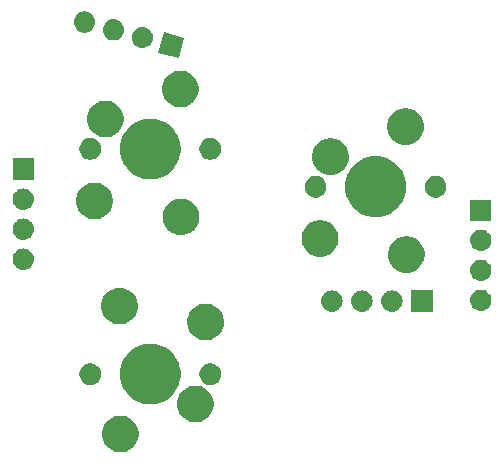
<source format=gbr>
G04 #@! TF.GenerationSoftware,KiCad,Pcbnew,(5.1.4)-1*
G04 #@! TF.CreationDate,2023-09-09T05:27:56-04:00*
G04 #@! TF.ProjectId,ThumbsUp,5468756d-6273-4557-902e-6b696361645f,rev?*
G04 #@! TF.SameCoordinates,Original*
G04 #@! TF.FileFunction,Soldermask,Top*
G04 #@! TF.FilePolarity,Negative*
%FSLAX46Y46*%
G04 Gerber Fmt 4.6, Leading zero omitted, Abs format (unit mm)*
G04 Created by KiCad (PCBNEW (5.1.4)-1) date 2023-09-09 05:27:56*
%MOMM*%
%LPD*%
G04 APERTURE LIST*
%ADD10C,0.100000*%
G04 APERTURE END LIST*
D10*
G36*
X-82337415Y-375038802D02*
G01*
X-82187590Y-375068604D01*
X-81905326Y-375185521D01*
X-81651295Y-375355259D01*
X-81435259Y-375571295D01*
X-81265521Y-375825326D01*
X-81148604Y-376107590D01*
X-81089000Y-376407240D01*
X-81089000Y-376712760D01*
X-81148604Y-377012410D01*
X-81265521Y-377294674D01*
X-81435259Y-377548705D01*
X-81651295Y-377764741D01*
X-81905326Y-377934479D01*
X-82187590Y-378051396D01*
X-82337415Y-378081198D01*
X-82487239Y-378111000D01*
X-82792761Y-378111000D01*
X-82942585Y-378081198D01*
X-83092410Y-378051396D01*
X-83374674Y-377934479D01*
X-83628705Y-377764741D01*
X-83844741Y-377548705D01*
X-84014479Y-377294674D01*
X-84131396Y-377012410D01*
X-84191000Y-376712760D01*
X-84191000Y-376407240D01*
X-84131396Y-376107590D01*
X-84014479Y-375825326D01*
X-83844741Y-375571295D01*
X-83628705Y-375355259D01*
X-83374674Y-375185521D01*
X-83092410Y-375068604D01*
X-82942585Y-375038802D01*
X-82792761Y-375009000D01*
X-82487239Y-375009000D01*
X-82337415Y-375038802D01*
X-82337415Y-375038802D01*
G37*
G36*
X-75987415Y-372498802D02*
G01*
X-75837590Y-372528604D01*
X-75555326Y-372645521D01*
X-75301295Y-372815259D01*
X-75085259Y-373031295D01*
X-74915521Y-373285326D01*
X-74798604Y-373567590D01*
X-74739000Y-373867240D01*
X-74739000Y-374172760D01*
X-74798604Y-374472410D01*
X-74915521Y-374754674D01*
X-75085259Y-375008705D01*
X-75301295Y-375224741D01*
X-75555326Y-375394479D01*
X-75837590Y-375511396D01*
X-75987415Y-375541198D01*
X-76137239Y-375571000D01*
X-76442761Y-375571000D01*
X-76592585Y-375541198D01*
X-76742410Y-375511396D01*
X-77024674Y-375394479D01*
X-77278705Y-375224741D01*
X-77494741Y-375008705D01*
X-77664479Y-374754674D01*
X-77781396Y-374472410D01*
X-77841000Y-374172760D01*
X-77841000Y-373867240D01*
X-77781396Y-373567590D01*
X-77664479Y-373285326D01*
X-77494741Y-373031295D01*
X-77278705Y-372815259D01*
X-77024674Y-372645521D01*
X-76742410Y-372528604D01*
X-76592585Y-372498802D01*
X-76442761Y-372469000D01*
X-76137239Y-372469000D01*
X-75987415Y-372498802D01*
X-75987415Y-372498802D01*
G37*
G36*
X-79597448Y-368953497D02*
G01*
X-79348609Y-369002994D01*
X-79154425Y-369083428D01*
X-78879808Y-369197178D01*
X-78457896Y-369479090D01*
X-78099090Y-369837896D01*
X-77817178Y-370259808D01*
X-77703428Y-370534425D01*
X-77622994Y-370728609D01*
X-77524000Y-371226286D01*
X-77524000Y-371733714D01*
X-77622994Y-372231391D01*
X-77680580Y-372370415D01*
X-77817178Y-372700192D01*
X-78099090Y-373122104D01*
X-78457896Y-373480910D01*
X-78879808Y-373762822D01*
X-79131893Y-373867239D01*
X-79348609Y-373957006D01*
X-79597448Y-374006503D01*
X-79846285Y-374056000D01*
X-80353715Y-374056000D01*
X-80602552Y-374006503D01*
X-80851391Y-373957006D01*
X-81068107Y-373867239D01*
X-81320192Y-373762822D01*
X-81742104Y-373480910D01*
X-82100910Y-373122104D01*
X-82382822Y-372700192D01*
X-82519420Y-372370415D01*
X-82577006Y-372231391D01*
X-82676000Y-371733714D01*
X-82676000Y-371226286D01*
X-82577006Y-370728609D01*
X-82496572Y-370534425D01*
X-82382822Y-370259808D01*
X-82100910Y-369837896D01*
X-81742104Y-369479090D01*
X-81320192Y-369197178D01*
X-81045575Y-369083428D01*
X-80851391Y-369002994D01*
X-80602552Y-368953497D01*
X-80353715Y-368904000D01*
X-79846285Y-368904000D01*
X-79597448Y-368953497D01*
X-79597448Y-368953497D01*
G37*
G36*
X-84909896Y-370589585D02*
G01*
X-84741374Y-370659389D01*
X-84589709Y-370760728D01*
X-84460728Y-370889709D01*
X-84359389Y-371041374D01*
X-84289585Y-371209896D01*
X-84254000Y-371388797D01*
X-84254000Y-371571203D01*
X-84289585Y-371750104D01*
X-84359389Y-371918626D01*
X-84460728Y-372070291D01*
X-84589709Y-372199272D01*
X-84741374Y-372300611D01*
X-84909896Y-372370415D01*
X-85088797Y-372406000D01*
X-85271203Y-372406000D01*
X-85450104Y-372370415D01*
X-85618626Y-372300611D01*
X-85770291Y-372199272D01*
X-85899272Y-372070291D01*
X-86000611Y-371918626D01*
X-86070415Y-371750104D01*
X-86106000Y-371571203D01*
X-86106000Y-371388797D01*
X-86070415Y-371209896D01*
X-86000611Y-371041374D01*
X-85899272Y-370889709D01*
X-85770291Y-370760728D01*
X-85618626Y-370659389D01*
X-85450104Y-370589585D01*
X-85271203Y-370554000D01*
X-85088797Y-370554000D01*
X-84909896Y-370589585D01*
X-84909896Y-370589585D01*
G37*
G36*
X-74749896Y-370589585D02*
G01*
X-74581374Y-370659389D01*
X-74429709Y-370760728D01*
X-74300728Y-370889709D01*
X-74199389Y-371041374D01*
X-74129585Y-371209896D01*
X-74094000Y-371388797D01*
X-74094000Y-371571203D01*
X-74129585Y-371750104D01*
X-74199389Y-371918626D01*
X-74300728Y-372070291D01*
X-74429709Y-372199272D01*
X-74581374Y-372300611D01*
X-74749896Y-372370415D01*
X-74928797Y-372406000D01*
X-75111203Y-372406000D01*
X-75290104Y-372370415D01*
X-75458626Y-372300611D01*
X-75610291Y-372199272D01*
X-75739272Y-372070291D01*
X-75840611Y-371918626D01*
X-75910415Y-371750104D01*
X-75946000Y-371571203D01*
X-75946000Y-371388797D01*
X-75910415Y-371209896D01*
X-75840611Y-371041374D01*
X-75739272Y-370889709D01*
X-75610291Y-370760728D01*
X-75458626Y-370659389D01*
X-75290104Y-370589585D01*
X-75111203Y-370554000D01*
X-74928797Y-370554000D01*
X-74749896Y-370589585D01*
X-74749896Y-370589585D01*
G37*
G36*
X-75097415Y-365558802D02*
G01*
X-74947590Y-365588604D01*
X-74665326Y-365705521D01*
X-74411295Y-365875259D01*
X-74195259Y-366091295D01*
X-74025521Y-366345326D01*
X-73976087Y-366464672D01*
X-73908604Y-366627591D01*
X-73849000Y-366927239D01*
X-73849000Y-367232761D01*
X-73878802Y-367382585D01*
X-73908604Y-367532410D01*
X-74025521Y-367814674D01*
X-74195259Y-368068705D01*
X-74411295Y-368284741D01*
X-74665326Y-368454479D01*
X-74947590Y-368571396D01*
X-75097415Y-368601198D01*
X-75247239Y-368631000D01*
X-75552761Y-368631000D01*
X-75702585Y-368601198D01*
X-75852410Y-368571396D01*
X-76134674Y-368454479D01*
X-76388705Y-368284741D01*
X-76604741Y-368068705D01*
X-76774479Y-367814674D01*
X-76891396Y-367532410D01*
X-76921198Y-367382585D01*
X-76951000Y-367232761D01*
X-76951000Y-366927239D01*
X-76891396Y-366627591D01*
X-76823913Y-366464672D01*
X-76774479Y-366345326D01*
X-76604741Y-366091295D01*
X-76388705Y-365875259D01*
X-76134674Y-365705521D01*
X-75852410Y-365588604D01*
X-75702585Y-365558802D01*
X-75552761Y-365529000D01*
X-75247239Y-365529000D01*
X-75097415Y-365558802D01*
X-75097415Y-365558802D01*
G37*
G36*
X-82397415Y-364208802D02*
G01*
X-82247590Y-364238604D01*
X-81965326Y-364355521D01*
X-81711295Y-364525259D01*
X-81495259Y-364741295D01*
X-81325521Y-364995326D01*
X-81208604Y-365277590D01*
X-81208604Y-365277591D01*
X-81149000Y-365577239D01*
X-81149000Y-365882761D01*
X-81169605Y-365986351D01*
X-81208604Y-366182410D01*
X-81325521Y-366464674D01*
X-81495259Y-366718705D01*
X-81711295Y-366934741D01*
X-81965326Y-367104479D01*
X-82247590Y-367221396D01*
X-82304721Y-367232760D01*
X-82547239Y-367281000D01*
X-82852761Y-367281000D01*
X-83095279Y-367232760D01*
X-83152410Y-367221396D01*
X-83434674Y-367104479D01*
X-83688705Y-366934741D01*
X-83904741Y-366718705D01*
X-84074479Y-366464674D01*
X-84191396Y-366182410D01*
X-84230395Y-365986351D01*
X-84251000Y-365882761D01*
X-84251000Y-365577239D01*
X-84191396Y-365277591D01*
X-84191396Y-365277590D01*
X-84074479Y-364995326D01*
X-83904741Y-364741295D01*
X-83688705Y-364525259D01*
X-83434674Y-364355521D01*
X-83152410Y-364238604D01*
X-83002585Y-364208802D01*
X-82852761Y-364179000D01*
X-82547239Y-364179000D01*
X-82397415Y-364208802D01*
X-82397415Y-364208802D01*
G37*
G36*
X-64603426Y-364406563D02*
G01*
X-64537241Y-364413082D01*
X-64367402Y-364464602D01*
X-64210877Y-364548267D01*
X-64175139Y-364577597D01*
X-64073682Y-364660859D01*
X-64007671Y-364741295D01*
X-63961090Y-364798054D01*
X-63877425Y-364954579D01*
X-63825905Y-365124418D01*
X-63808509Y-365301045D01*
X-63825905Y-365477672D01*
X-63877425Y-365647511D01*
X-63961090Y-365804036D01*
X-63990420Y-365839774D01*
X-64073682Y-365941231D01*
X-64175139Y-366024493D01*
X-64210877Y-366053823D01*
X-64367402Y-366137488D01*
X-64537241Y-366189008D01*
X-64603425Y-366195526D01*
X-64669608Y-366202045D01*
X-64758128Y-366202045D01*
X-64824311Y-366195526D01*
X-64890495Y-366189008D01*
X-65060334Y-366137488D01*
X-65216859Y-366053823D01*
X-65252597Y-366024493D01*
X-65354054Y-365941231D01*
X-65437316Y-365839774D01*
X-65466646Y-365804036D01*
X-65550311Y-365647511D01*
X-65601831Y-365477672D01*
X-65619227Y-365301045D01*
X-65601831Y-365124418D01*
X-65550311Y-364954579D01*
X-65466646Y-364798054D01*
X-65420065Y-364741295D01*
X-65354054Y-364660859D01*
X-65252597Y-364577597D01*
X-65216859Y-364548267D01*
X-65060334Y-364464602D01*
X-64890495Y-364413082D01*
X-64824310Y-364406563D01*
X-64758128Y-364400045D01*
X-64669608Y-364400045D01*
X-64603426Y-364406563D01*
X-64603426Y-364406563D01*
G37*
G36*
X-62063426Y-364406563D02*
G01*
X-61997241Y-364413082D01*
X-61827402Y-364464602D01*
X-61670877Y-364548267D01*
X-61635139Y-364577597D01*
X-61533682Y-364660859D01*
X-61467671Y-364741295D01*
X-61421090Y-364798054D01*
X-61337425Y-364954579D01*
X-61285905Y-365124418D01*
X-61268509Y-365301045D01*
X-61285905Y-365477672D01*
X-61337425Y-365647511D01*
X-61421090Y-365804036D01*
X-61450420Y-365839774D01*
X-61533682Y-365941231D01*
X-61635139Y-366024493D01*
X-61670877Y-366053823D01*
X-61827402Y-366137488D01*
X-61997241Y-366189008D01*
X-62063425Y-366195526D01*
X-62129608Y-366202045D01*
X-62218128Y-366202045D01*
X-62284311Y-366195526D01*
X-62350495Y-366189008D01*
X-62520334Y-366137488D01*
X-62676859Y-366053823D01*
X-62712597Y-366024493D01*
X-62814054Y-365941231D01*
X-62897316Y-365839774D01*
X-62926646Y-365804036D01*
X-63010311Y-365647511D01*
X-63061831Y-365477672D01*
X-63079227Y-365301045D01*
X-63061831Y-365124418D01*
X-63010311Y-364954579D01*
X-62926646Y-364798054D01*
X-62880065Y-364741295D01*
X-62814054Y-364660859D01*
X-62712597Y-364577597D01*
X-62676859Y-364548267D01*
X-62520334Y-364464602D01*
X-62350495Y-364413082D01*
X-62284310Y-364406563D01*
X-62218128Y-364400045D01*
X-62129608Y-364400045D01*
X-62063426Y-364406563D01*
X-62063426Y-364406563D01*
G37*
G36*
X-59523426Y-364406563D02*
G01*
X-59457241Y-364413082D01*
X-59287402Y-364464602D01*
X-59130877Y-364548267D01*
X-59095139Y-364577597D01*
X-58993682Y-364660859D01*
X-58927671Y-364741295D01*
X-58881090Y-364798054D01*
X-58797425Y-364954579D01*
X-58745905Y-365124418D01*
X-58728509Y-365301045D01*
X-58745905Y-365477672D01*
X-58797425Y-365647511D01*
X-58881090Y-365804036D01*
X-58910420Y-365839774D01*
X-58993682Y-365941231D01*
X-59095139Y-366024493D01*
X-59130877Y-366053823D01*
X-59287402Y-366137488D01*
X-59457241Y-366189008D01*
X-59523425Y-366195526D01*
X-59589608Y-366202045D01*
X-59678128Y-366202045D01*
X-59744311Y-366195526D01*
X-59810495Y-366189008D01*
X-59980334Y-366137488D01*
X-60136859Y-366053823D01*
X-60172597Y-366024493D01*
X-60274054Y-365941231D01*
X-60357316Y-365839774D01*
X-60386646Y-365804036D01*
X-60470311Y-365647511D01*
X-60521831Y-365477672D01*
X-60539227Y-365301045D01*
X-60521831Y-365124418D01*
X-60470311Y-364954579D01*
X-60386646Y-364798054D01*
X-60340065Y-364741295D01*
X-60274054Y-364660859D01*
X-60172597Y-364577597D01*
X-60136859Y-364548267D01*
X-59980334Y-364464602D01*
X-59810495Y-364413082D01*
X-59744310Y-364406563D01*
X-59678128Y-364400045D01*
X-59589608Y-364400045D01*
X-59523426Y-364406563D01*
X-59523426Y-364406563D01*
G37*
G36*
X-56192868Y-366202045D02*
G01*
X-57994868Y-366202045D01*
X-57994868Y-364400045D01*
X-56192868Y-364400045D01*
X-56192868Y-366202045D01*
X-56192868Y-366202045D01*
G37*
G36*
X-52012571Y-364339091D02*
G01*
X-51946386Y-364345610D01*
X-51776547Y-364397130D01*
X-51620022Y-364480795D01*
X-51584284Y-364510125D01*
X-51482827Y-364593387D01*
X-51399565Y-364694844D01*
X-51370235Y-364730582D01*
X-51286570Y-364887107D01*
X-51235050Y-365056946D01*
X-51217654Y-365233573D01*
X-51235050Y-365410200D01*
X-51286570Y-365580039D01*
X-51370235Y-365736564D01*
X-51399565Y-365772302D01*
X-51482827Y-365873759D01*
X-51584284Y-365957021D01*
X-51620022Y-365986351D01*
X-51776547Y-366070016D01*
X-51946386Y-366121536D01*
X-52012571Y-366128055D01*
X-52078753Y-366134573D01*
X-52167273Y-366134573D01*
X-52233455Y-366128055D01*
X-52299640Y-366121536D01*
X-52469479Y-366070016D01*
X-52626004Y-365986351D01*
X-52661742Y-365957021D01*
X-52763199Y-365873759D01*
X-52846461Y-365772302D01*
X-52875791Y-365736564D01*
X-52959456Y-365580039D01*
X-53010976Y-365410200D01*
X-53028372Y-365233573D01*
X-53010976Y-365056946D01*
X-52959456Y-364887107D01*
X-52875791Y-364730582D01*
X-52846461Y-364694844D01*
X-52763199Y-364593387D01*
X-52661742Y-364510125D01*
X-52626004Y-364480795D01*
X-52469479Y-364397130D01*
X-52299640Y-364345610D01*
X-52233455Y-364339091D01*
X-52167273Y-364332573D01*
X-52078753Y-364332573D01*
X-52012571Y-364339091D01*
X-52012571Y-364339091D01*
G37*
G36*
X-52012570Y-361799092D02*
G01*
X-51946386Y-361805610D01*
X-51776547Y-361857130D01*
X-51620022Y-361940795D01*
X-51584284Y-361970125D01*
X-51482827Y-362053387D01*
X-51399565Y-362154844D01*
X-51370235Y-362190582D01*
X-51286570Y-362347107D01*
X-51235050Y-362516946D01*
X-51217654Y-362693573D01*
X-51235050Y-362870200D01*
X-51286570Y-363040039D01*
X-51370235Y-363196564D01*
X-51399565Y-363232302D01*
X-51482827Y-363333759D01*
X-51584284Y-363417021D01*
X-51620022Y-363446351D01*
X-51776547Y-363530016D01*
X-51946386Y-363581536D01*
X-52012570Y-363588054D01*
X-52078753Y-363594573D01*
X-52167273Y-363594573D01*
X-52233456Y-363588054D01*
X-52299640Y-363581536D01*
X-52469479Y-363530016D01*
X-52626004Y-363446351D01*
X-52661742Y-363417021D01*
X-52763199Y-363333759D01*
X-52846461Y-363232302D01*
X-52875791Y-363196564D01*
X-52959456Y-363040039D01*
X-53010976Y-362870200D01*
X-53028372Y-362693573D01*
X-53010976Y-362516946D01*
X-52959456Y-362347107D01*
X-52875791Y-362190582D01*
X-52846461Y-362154844D01*
X-52763199Y-362053387D01*
X-52661742Y-361970125D01*
X-52626004Y-361940795D01*
X-52469479Y-361857130D01*
X-52299640Y-361805610D01*
X-52233456Y-361799092D01*
X-52167273Y-361792573D01*
X-52078753Y-361792573D01*
X-52012570Y-361799092D01*
X-52012570Y-361799092D01*
G37*
G36*
X-58125074Y-359849287D02*
G01*
X-57968045Y-359880522D01*
X-57685781Y-359997439D01*
X-57431750Y-360167177D01*
X-57215714Y-360383213D01*
X-57045976Y-360637244D01*
X-56931896Y-360912659D01*
X-56929059Y-360919509D01*
X-56869455Y-361219157D01*
X-56869455Y-361524679D01*
X-56899257Y-361674503D01*
X-56929059Y-361824328D01*
X-57045976Y-362106592D01*
X-57215714Y-362360623D01*
X-57431750Y-362576659D01*
X-57685781Y-362746397D01*
X-57968045Y-362863314D01*
X-58117870Y-362893116D01*
X-58267694Y-362922918D01*
X-58573216Y-362922918D01*
X-58723040Y-362893116D01*
X-58872865Y-362863314D01*
X-59155129Y-362746397D01*
X-59409160Y-362576659D01*
X-59625196Y-362360623D01*
X-59794934Y-362106592D01*
X-59911851Y-361824328D01*
X-59941653Y-361674503D01*
X-59971455Y-361524679D01*
X-59971455Y-361219157D01*
X-59911851Y-360919509D01*
X-59909014Y-360912659D01*
X-59794934Y-360637244D01*
X-59625196Y-360383213D01*
X-59409160Y-360167177D01*
X-59155129Y-359997439D01*
X-58872865Y-359880522D01*
X-58715836Y-359849287D01*
X-58573216Y-359820918D01*
X-58267694Y-359820918D01*
X-58125074Y-359849287D01*
X-58125074Y-359849287D01*
G37*
G36*
X-90735068Y-360854621D02*
G01*
X-90668884Y-360861139D01*
X-90499045Y-360912659D01*
X-90499043Y-360912660D01*
X-90486230Y-360919509D01*
X-90342520Y-360996324D01*
X-90325098Y-361010622D01*
X-90205325Y-361108916D01*
X-90122063Y-361210373D01*
X-90092733Y-361246111D01*
X-90009068Y-361402636D01*
X-89957548Y-361572475D01*
X-89940152Y-361749102D01*
X-89957548Y-361925729D01*
X-90009068Y-362095568D01*
X-90092733Y-362252093D01*
X-90122063Y-362287831D01*
X-90205325Y-362389288D01*
X-90306782Y-362472550D01*
X-90342520Y-362501880D01*
X-90342522Y-362501881D01*
X-90482420Y-362576659D01*
X-90499045Y-362585545D01*
X-90668884Y-362637065D01*
X-90735068Y-362643583D01*
X-90801251Y-362650102D01*
X-90889771Y-362650102D01*
X-90955954Y-362643583D01*
X-91022138Y-362637065D01*
X-91191977Y-362585545D01*
X-91208601Y-362576659D01*
X-91348500Y-362501881D01*
X-91348502Y-362501880D01*
X-91384240Y-362472550D01*
X-91485697Y-362389288D01*
X-91568959Y-362287831D01*
X-91598289Y-362252093D01*
X-91681954Y-362095568D01*
X-91733474Y-361925729D01*
X-91750870Y-361749102D01*
X-91733474Y-361572475D01*
X-91681954Y-361402636D01*
X-91598289Y-361246111D01*
X-91568959Y-361210373D01*
X-91485697Y-361108916D01*
X-91365924Y-361010622D01*
X-91348502Y-360996324D01*
X-91204792Y-360919509D01*
X-91191979Y-360912660D01*
X-91191977Y-360912659D01*
X-91022138Y-360861139D01*
X-90955954Y-360854621D01*
X-90889771Y-360848102D01*
X-90801251Y-360848102D01*
X-90735068Y-360854621D01*
X-90735068Y-360854621D01*
G37*
G36*
X-65417870Y-358500720D02*
G01*
X-65268045Y-358530522D01*
X-64985781Y-358647439D01*
X-64731750Y-358817177D01*
X-64515714Y-359033213D01*
X-64345976Y-359287244D01*
X-64229059Y-359569508D01*
X-64229059Y-359569509D01*
X-64173407Y-359849287D01*
X-64169455Y-359869158D01*
X-64169455Y-360174678D01*
X-64229059Y-360474328D01*
X-64345976Y-360756592D01*
X-64515714Y-361010623D01*
X-64731750Y-361226659D01*
X-64985781Y-361396397D01*
X-65268045Y-361513314D01*
X-65325176Y-361524678D01*
X-65567694Y-361572918D01*
X-65873216Y-361572918D01*
X-66115734Y-361524678D01*
X-66172865Y-361513314D01*
X-66455129Y-361396397D01*
X-66709160Y-361226659D01*
X-66925196Y-361010623D01*
X-67094934Y-360756592D01*
X-67211851Y-360474328D01*
X-67271455Y-360174678D01*
X-67271455Y-359869158D01*
X-67267502Y-359849287D01*
X-67211851Y-359569509D01*
X-67211851Y-359569508D01*
X-67094934Y-359287244D01*
X-66925196Y-359033213D01*
X-66709160Y-358817177D01*
X-66455129Y-358647439D01*
X-66172865Y-358530522D01*
X-66023040Y-358500720D01*
X-65873216Y-358470918D01*
X-65567694Y-358470918D01*
X-65417870Y-358500720D01*
X-65417870Y-358500720D01*
G37*
G36*
X-52012571Y-359259091D02*
G01*
X-51946386Y-359265610D01*
X-51776547Y-359317130D01*
X-51620022Y-359400795D01*
X-51584284Y-359430125D01*
X-51482827Y-359513387D01*
X-51436770Y-359569509D01*
X-51370235Y-359650582D01*
X-51286570Y-359807107D01*
X-51235050Y-359976946D01*
X-51217654Y-360153573D01*
X-51235050Y-360330200D01*
X-51286570Y-360500039D01*
X-51370235Y-360656564D01*
X-51399565Y-360692302D01*
X-51482827Y-360793759D01*
X-51564931Y-360861139D01*
X-51620022Y-360906351D01*
X-51776547Y-360990016D01*
X-51946386Y-361041536D01*
X-52012571Y-361048055D01*
X-52078753Y-361054573D01*
X-52167273Y-361054573D01*
X-52233455Y-361048055D01*
X-52299640Y-361041536D01*
X-52469479Y-360990016D01*
X-52626004Y-360906351D01*
X-52681095Y-360861139D01*
X-52763199Y-360793759D01*
X-52846461Y-360692302D01*
X-52875791Y-360656564D01*
X-52959456Y-360500039D01*
X-53010976Y-360330200D01*
X-53028372Y-360153573D01*
X-53010976Y-359976946D01*
X-52959456Y-359807107D01*
X-52875791Y-359650582D01*
X-52809256Y-359569509D01*
X-52763199Y-359513387D01*
X-52661742Y-359430125D01*
X-52626004Y-359400795D01*
X-52469479Y-359317130D01*
X-52299640Y-359265610D01*
X-52233455Y-359259091D01*
X-52167273Y-359252573D01*
X-52078753Y-359252573D01*
X-52012571Y-359259091D01*
X-52012571Y-359259091D01*
G37*
G36*
X-90735068Y-358314621D02*
G01*
X-90668884Y-358321139D01*
X-90499045Y-358372659D01*
X-90342520Y-358456324D01*
X-90306782Y-358485654D01*
X-90205325Y-358568916D01*
X-90140884Y-358647439D01*
X-90092733Y-358706111D01*
X-90092732Y-358706113D01*
X-90033366Y-358817177D01*
X-90009068Y-358862636D01*
X-89957548Y-359032475D01*
X-89940152Y-359209102D01*
X-89957548Y-359385729D01*
X-90009068Y-359555568D01*
X-90092733Y-359712093D01*
X-90101617Y-359722918D01*
X-90205325Y-359849288D01*
X-90306782Y-359932550D01*
X-90342520Y-359961880D01*
X-90499045Y-360045545D01*
X-90668884Y-360097065D01*
X-90735069Y-360103584D01*
X-90801251Y-360110102D01*
X-90889771Y-360110102D01*
X-90955953Y-360103584D01*
X-91022138Y-360097065D01*
X-91191977Y-360045545D01*
X-91348502Y-359961880D01*
X-91384240Y-359932550D01*
X-91485697Y-359849288D01*
X-91589405Y-359722918D01*
X-91598289Y-359712093D01*
X-91681954Y-359555568D01*
X-91733474Y-359385729D01*
X-91750870Y-359209102D01*
X-91733474Y-359032475D01*
X-91681954Y-358862636D01*
X-91657655Y-358817177D01*
X-91598290Y-358706113D01*
X-91598289Y-358706111D01*
X-91550138Y-358647439D01*
X-91485697Y-358568916D01*
X-91384240Y-358485654D01*
X-91348502Y-358456324D01*
X-91191977Y-358372659D01*
X-91022138Y-358321139D01*
X-90955954Y-358314621D01*
X-90889771Y-358308102D01*
X-90801251Y-358308102D01*
X-90735068Y-358314621D01*
X-90735068Y-358314621D01*
G37*
G36*
X-77197415Y-356650720D02*
G01*
X-77047590Y-356680522D01*
X-76765326Y-356797439D01*
X-76511295Y-356967177D01*
X-76295259Y-357183213D01*
X-76125521Y-357437244D01*
X-76008604Y-357719508D01*
X-76008604Y-357719509D01*
X-75949000Y-358019157D01*
X-75949000Y-358324679D01*
X-75975186Y-358456323D01*
X-76008604Y-358624328D01*
X-76125521Y-358906592D01*
X-76295259Y-359160623D01*
X-76511295Y-359376659D01*
X-76765326Y-359546397D01*
X-77047590Y-359663314D01*
X-77197415Y-359693116D01*
X-77347239Y-359722918D01*
X-77652761Y-359722918D01*
X-77802585Y-359693116D01*
X-77952410Y-359663314D01*
X-78234674Y-359546397D01*
X-78488705Y-359376659D01*
X-78704741Y-359160623D01*
X-78874479Y-358906592D01*
X-78991396Y-358624328D01*
X-79024814Y-358456323D01*
X-79051000Y-358324679D01*
X-79051000Y-358019157D01*
X-78991396Y-357719509D01*
X-78991396Y-357719508D01*
X-78874479Y-357437244D01*
X-78704741Y-357183213D01*
X-78488705Y-356967177D01*
X-78234674Y-356797439D01*
X-77952410Y-356680522D01*
X-77802585Y-356650720D01*
X-77652761Y-356620918D01*
X-77347239Y-356620918D01*
X-77197415Y-356650720D01*
X-77197415Y-356650720D01*
G37*
G36*
X-51222013Y-358514573D02*
G01*
X-53024013Y-358514573D01*
X-53024013Y-356712573D01*
X-51222013Y-356712573D01*
X-51222013Y-358514573D01*
X-51222013Y-358514573D01*
G37*
G36*
X-84497415Y-355300720D02*
G01*
X-84347590Y-355330522D01*
X-84065326Y-355447439D01*
X-83811295Y-355617177D01*
X-83595259Y-355833213D01*
X-83425521Y-356087244D01*
X-83320334Y-356341190D01*
X-83308604Y-356369509D01*
X-83249000Y-356669157D01*
X-83249000Y-356974679D01*
X-83257134Y-357015570D01*
X-83308604Y-357274328D01*
X-83425521Y-357556592D01*
X-83595259Y-357810623D01*
X-83811295Y-358026659D01*
X-84065326Y-358196397D01*
X-84347590Y-358313314D01*
X-84404721Y-358324678D01*
X-84647239Y-358372918D01*
X-84952761Y-358372918D01*
X-85195279Y-358324678D01*
X-85252410Y-358313314D01*
X-85534674Y-358196397D01*
X-85788705Y-358026659D01*
X-86004741Y-357810623D01*
X-86174479Y-357556592D01*
X-86291396Y-357274328D01*
X-86342866Y-357015570D01*
X-86351000Y-356974679D01*
X-86351000Y-356669157D01*
X-86291396Y-356369509D01*
X-86279666Y-356341190D01*
X-86174479Y-356087244D01*
X-86004741Y-355833213D01*
X-85788705Y-355617177D01*
X-85534674Y-355447439D01*
X-85252410Y-355330522D01*
X-85102585Y-355300720D01*
X-84952761Y-355270918D01*
X-84647239Y-355270918D01*
X-84497415Y-355300720D01*
X-84497415Y-355300720D01*
G37*
G36*
X-60269064Y-353144912D02*
G01*
X-60074880Y-353225346D01*
X-59800263Y-353339096D01*
X-59378351Y-353621008D01*
X-59019545Y-353979814D01*
X-58737633Y-354401726D01*
X-58714988Y-354456397D01*
X-58543449Y-354870527D01*
X-58444455Y-355368204D01*
X-58444455Y-355875632D01*
X-58543449Y-356373309D01*
X-58601035Y-356512333D01*
X-58737633Y-356842110D01*
X-59019545Y-357264022D01*
X-59378351Y-357622828D01*
X-59800263Y-357904740D01*
X-60074880Y-358018490D01*
X-60269064Y-358098924D01*
X-60766740Y-358197918D01*
X-61274170Y-358197918D01*
X-61771846Y-358098924D01*
X-61966030Y-358018490D01*
X-62240647Y-357904740D01*
X-62662559Y-357622828D01*
X-63021365Y-357264022D01*
X-63303277Y-356842110D01*
X-63439875Y-356512333D01*
X-63497461Y-356373309D01*
X-63596455Y-355875632D01*
X-63596455Y-355368204D01*
X-63497461Y-354870527D01*
X-63325922Y-354456397D01*
X-63303277Y-354401726D01*
X-63021365Y-353979814D01*
X-62662559Y-353621008D01*
X-62240647Y-353339096D01*
X-61966030Y-353225346D01*
X-61771846Y-353144912D01*
X-61274170Y-353045918D01*
X-60766740Y-353045918D01*
X-60269064Y-353144912D01*
X-60269064Y-353144912D01*
G37*
G36*
X-90735068Y-355774621D02*
G01*
X-90668884Y-355781139D01*
X-90499045Y-355832659D01*
X-90499043Y-355832660D01*
X-90498007Y-355833214D01*
X-90342520Y-355916324D01*
X-90306782Y-355945654D01*
X-90205325Y-356028916D01*
X-90157456Y-356087246D01*
X-90092733Y-356166111D01*
X-90009068Y-356322636D01*
X-89957548Y-356492475D01*
X-89940152Y-356669102D01*
X-89957548Y-356845729D01*
X-90009068Y-357015568D01*
X-90092733Y-357172093D01*
X-90101859Y-357183213D01*
X-90205325Y-357309288D01*
X-90306782Y-357392550D01*
X-90342520Y-357421880D01*
X-90499045Y-357505545D01*
X-90668884Y-357557065D01*
X-90735068Y-357563583D01*
X-90801251Y-357570102D01*
X-90889771Y-357570102D01*
X-90955954Y-357563583D01*
X-91022138Y-357557065D01*
X-91191977Y-357505545D01*
X-91348502Y-357421880D01*
X-91384240Y-357392550D01*
X-91485697Y-357309288D01*
X-91589163Y-357183213D01*
X-91598289Y-357172093D01*
X-91681954Y-357015568D01*
X-91733474Y-356845729D01*
X-91750870Y-356669102D01*
X-91733474Y-356492475D01*
X-91681954Y-356322636D01*
X-91598289Y-356166111D01*
X-91533566Y-356087246D01*
X-91485697Y-356028916D01*
X-91384240Y-355945654D01*
X-91348502Y-355916324D01*
X-91193015Y-355833214D01*
X-91191979Y-355832660D01*
X-91191977Y-355832659D01*
X-91022138Y-355781139D01*
X-90955954Y-355774621D01*
X-90889771Y-355768102D01*
X-90801251Y-355768102D01*
X-90735068Y-355774621D01*
X-90735068Y-355774621D01*
G37*
G36*
X-65830351Y-354731503D02*
G01*
X-65661829Y-354801307D01*
X-65510164Y-354902646D01*
X-65381183Y-355031627D01*
X-65279844Y-355183292D01*
X-65210040Y-355351814D01*
X-65174455Y-355530715D01*
X-65174455Y-355713121D01*
X-65210040Y-355892022D01*
X-65279844Y-356060544D01*
X-65381183Y-356212209D01*
X-65510164Y-356341190D01*
X-65661829Y-356442529D01*
X-65830351Y-356512333D01*
X-66009252Y-356547918D01*
X-66191658Y-356547918D01*
X-66370559Y-356512333D01*
X-66539081Y-356442529D01*
X-66690746Y-356341190D01*
X-66819727Y-356212209D01*
X-66921066Y-356060544D01*
X-66990870Y-355892022D01*
X-67026455Y-355713121D01*
X-67026455Y-355530715D01*
X-66990870Y-355351814D01*
X-66921066Y-355183292D01*
X-66819727Y-355031627D01*
X-66690746Y-354902646D01*
X-66539081Y-354801307D01*
X-66370559Y-354731503D01*
X-66191658Y-354695918D01*
X-66009252Y-354695918D01*
X-65830351Y-354731503D01*
X-65830351Y-354731503D01*
G37*
G36*
X-55670351Y-354731503D02*
G01*
X-55501829Y-354801307D01*
X-55350164Y-354902646D01*
X-55221183Y-355031627D01*
X-55119844Y-355183292D01*
X-55050040Y-355351814D01*
X-55014455Y-355530715D01*
X-55014455Y-355713121D01*
X-55050040Y-355892022D01*
X-55119844Y-356060544D01*
X-55221183Y-356212209D01*
X-55350164Y-356341190D01*
X-55501829Y-356442529D01*
X-55670351Y-356512333D01*
X-55849252Y-356547918D01*
X-56031658Y-356547918D01*
X-56210559Y-356512333D01*
X-56379081Y-356442529D01*
X-56530746Y-356341190D01*
X-56659727Y-356212209D01*
X-56761066Y-356060544D01*
X-56830870Y-355892022D01*
X-56866455Y-355713121D01*
X-56866455Y-355530715D01*
X-56830870Y-355351814D01*
X-56761066Y-355183292D01*
X-56659727Y-355031627D01*
X-56530746Y-354902646D01*
X-56379081Y-354801307D01*
X-56210559Y-354731503D01*
X-56031658Y-354695918D01*
X-55849252Y-354695918D01*
X-55670351Y-354731503D01*
X-55670351Y-354731503D01*
G37*
G36*
X-89944511Y-355030102D02*
G01*
X-91746511Y-355030102D01*
X-91746511Y-353228102D01*
X-89944511Y-353228102D01*
X-89944511Y-355030102D01*
X-89944511Y-355030102D01*
G37*
G36*
X-79597448Y-349895415D02*
G01*
X-79348609Y-349944912D01*
X-79154425Y-350025346D01*
X-78879808Y-350139096D01*
X-78457896Y-350421008D01*
X-78099090Y-350779814D01*
X-77817178Y-351201726D01*
X-77786168Y-351276592D01*
X-77622994Y-351670527D01*
X-77590949Y-351831627D01*
X-77538916Y-352093213D01*
X-77524000Y-352168204D01*
X-77524000Y-352675632D01*
X-77622994Y-353173309D01*
X-77680580Y-353312333D01*
X-77817178Y-353642110D01*
X-78099090Y-354064022D01*
X-78457896Y-354422828D01*
X-78879808Y-354704740D01*
X-79112942Y-354801307D01*
X-79348609Y-354898924D01*
X-79597448Y-354948421D01*
X-79846285Y-354997918D01*
X-80353715Y-354997918D01*
X-80602552Y-354948421D01*
X-80851391Y-354898924D01*
X-81087058Y-354801307D01*
X-81320192Y-354704740D01*
X-81742104Y-354422828D01*
X-82100910Y-354064022D01*
X-82382822Y-353642110D01*
X-82519420Y-353312333D01*
X-82577006Y-353173309D01*
X-82676000Y-352675632D01*
X-82676000Y-352168204D01*
X-82661083Y-352093213D01*
X-82609051Y-351831627D01*
X-82577006Y-351670527D01*
X-82413832Y-351276592D01*
X-82382822Y-351201726D01*
X-82100910Y-350779814D01*
X-81742104Y-350421008D01*
X-81320192Y-350139096D01*
X-81045575Y-350025346D01*
X-80851391Y-349944912D01*
X-80602552Y-349895415D01*
X-80353715Y-349845918D01*
X-79846285Y-349845918D01*
X-79597448Y-349895415D01*
X-79597448Y-349895415D01*
G37*
G36*
X-64527870Y-351560720D02*
G01*
X-64378045Y-351590522D01*
X-64095781Y-351707439D01*
X-63841750Y-351877177D01*
X-63625714Y-352093213D01*
X-63455976Y-352347244D01*
X-63339059Y-352629508D01*
X-63326624Y-352692022D01*
X-63279455Y-352929157D01*
X-63279455Y-353234679D01*
X-63300225Y-353339096D01*
X-63339059Y-353534328D01*
X-63455976Y-353816592D01*
X-63625714Y-354070623D01*
X-63841750Y-354286659D01*
X-64095781Y-354456397D01*
X-64378045Y-354573314D01*
X-64527870Y-354603116D01*
X-64677694Y-354632918D01*
X-64983216Y-354632918D01*
X-65133040Y-354603116D01*
X-65282865Y-354573314D01*
X-65565129Y-354456397D01*
X-65819160Y-354286659D01*
X-66035196Y-354070623D01*
X-66204934Y-353816592D01*
X-66321851Y-353534328D01*
X-66360685Y-353339096D01*
X-66381455Y-353234679D01*
X-66381455Y-352929157D01*
X-66334286Y-352692022D01*
X-66321851Y-352629508D01*
X-66204934Y-352347244D01*
X-66035196Y-352093213D01*
X-65819160Y-351877177D01*
X-65565129Y-351707439D01*
X-65282865Y-351590522D01*
X-65133040Y-351560720D01*
X-64983216Y-351530918D01*
X-64677694Y-351530918D01*
X-64527870Y-351560720D01*
X-64527870Y-351560720D01*
G37*
G36*
X-84909896Y-351531503D02*
G01*
X-84741374Y-351601307D01*
X-84589709Y-351702646D01*
X-84460728Y-351831627D01*
X-84359389Y-351983292D01*
X-84289585Y-352151814D01*
X-84254000Y-352330715D01*
X-84254000Y-352513121D01*
X-84289585Y-352692022D01*
X-84359389Y-352860544D01*
X-84460728Y-353012209D01*
X-84589709Y-353141190D01*
X-84741374Y-353242529D01*
X-84909896Y-353312333D01*
X-85088797Y-353347918D01*
X-85271203Y-353347918D01*
X-85450104Y-353312333D01*
X-85618626Y-353242529D01*
X-85770291Y-353141190D01*
X-85899272Y-353012209D01*
X-86000611Y-352860544D01*
X-86070415Y-352692022D01*
X-86106000Y-352513121D01*
X-86106000Y-352330715D01*
X-86070415Y-352151814D01*
X-86000611Y-351983292D01*
X-85899272Y-351831627D01*
X-85770291Y-351702646D01*
X-85618626Y-351601307D01*
X-85450104Y-351531503D01*
X-85271203Y-351495918D01*
X-85088797Y-351495918D01*
X-84909896Y-351531503D01*
X-84909896Y-351531503D01*
G37*
G36*
X-74749896Y-351531503D02*
G01*
X-74581374Y-351601307D01*
X-74429709Y-351702646D01*
X-74300728Y-351831627D01*
X-74199389Y-351983292D01*
X-74129585Y-352151814D01*
X-74094000Y-352330715D01*
X-74094000Y-352513121D01*
X-74129585Y-352692022D01*
X-74199389Y-352860544D01*
X-74300728Y-353012209D01*
X-74429709Y-353141190D01*
X-74581374Y-353242529D01*
X-74749896Y-353312333D01*
X-74928797Y-353347918D01*
X-75111203Y-353347918D01*
X-75290104Y-353312333D01*
X-75458626Y-353242529D01*
X-75610291Y-353141190D01*
X-75739272Y-353012209D01*
X-75840611Y-352860544D01*
X-75910415Y-352692022D01*
X-75946000Y-352513121D01*
X-75946000Y-352330715D01*
X-75910415Y-352151814D01*
X-75840611Y-351983292D01*
X-75739272Y-351831627D01*
X-75610291Y-351702646D01*
X-75458626Y-351601307D01*
X-75290104Y-351531503D01*
X-75111203Y-351495918D01*
X-74928797Y-351495918D01*
X-74749896Y-351531503D01*
X-74749896Y-351531503D01*
G37*
G36*
X-58177870Y-349020720D02*
G01*
X-58028045Y-349050522D01*
X-57745781Y-349167439D01*
X-57491750Y-349337177D01*
X-57275714Y-349553213D01*
X-57105976Y-349807244D01*
X-57011770Y-350034679D01*
X-56989059Y-350089509D01*
X-56929455Y-350389157D01*
X-56929455Y-350694679D01*
X-56959257Y-350844503D01*
X-56989059Y-350994328D01*
X-57105976Y-351276592D01*
X-57275714Y-351530623D01*
X-57491750Y-351746659D01*
X-57745781Y-351916397D01*
X-58028045Y-352033314D01*
X-58177870Y-352063116D01*
X-58327694Y-352092918D01*
X-58633216Y-352092918D01*
X-58783040Y-352063116D01*
X-58932865Y-352033314D01*
X-59215129Y-351916397D01*
X-59469160Y-351746659D01*
X-59685196Y-351530623D01*
X-59854934Y-351276592D01*
X-59971851Y-350994328D01*
X-60001653Y-350844503D01*
X-60031455Y-350694679D01*
X-60031455Y-350389157D01*
X-59971851Y-350089509D01*
X-59949140Y-350034679D01*
X-59854934Y-349807244D01*
X-59685196Y-349553213D01*
X-59469160Y-349337177D01*
X-59215129Y-349167439D01*
X-58932865Y-349050522D01*
X-58783040Y-349020720D01*
X-58633216Y-348990918D01*
X-58327694Y-348990918D01*
X-58177870Y-349020720D01*
X-58177870Y-349020720D01*
G37*
G36*
X-83607415Y-348360720D02*
G01*
X-83457590Y-348390522D01*
X-83175326Y-348507439D01*
X-82921295Y-348677177D01*
X-82705259Y-348893213D01*
X-82535521Y-349147244D01*
X-82418604Y-349429508D01*
X-82418604Y-349429509D01*
X-82359000Y-349729157D01*
X-82359000Y-350034679D01*
X-82379770Y-350139096D01*
X-82418604Y-350334328D01*
X-82535521Y-350616592D01*
X-82705259Y-350870623D01*
X-82921295Y-351086659D01*
X-83175326Y-351256397D01*
X-83457590Y-351373314D01*
X-83607415Y-351403116D01*
X-83757239Y-351432918D01*
X-84062761Y-351432918D01*
X-84212585Y-351403116D01*
X-84362410Y-351373314D01*
X-84644674Y-351256397D01*
X-84898705Y-351086659D01*
X-85114741Y-350870623D01*
X-85284479Y-350616592D01*
X-85401396Y-350334328D01*
X-85440230Y-350139096D01*
X-85461000Y-350034679D01*
X-85461000Y-349729157D01*
X-85401396Y-349429509D01*
X-85401396Y-349429508D01*
X-85284479Y-349147244D01*
X-85114741Y-348893213D01*
X-84898705Y-348677177D01*
X-84644674Y-348507439D01*
X-84362410Y-348390522D01*
X-84212585Y-348360720D01*
X-84062761Y-348330918D01*
X-83757239Y-348330918D01*
X-83607415Y-348360720D01*
X-83607415Y-348360720D01*
G37*
G36*
X-77257415Y-345820720D02*
G01*
X-77107590Y-345850522D01*
X-76825326Y-345967439D01*
X-76571295Y-346137177D01*
X-76355259Y-346353213D01*
X-76185521Y-346607244D01*
X-76068604Y-346889508D01*
X-76009000Y-347189158D01*
X-76009000Y-347494678D01*
X-76068604Y-347794328D01*
X-76185521Y-348076592D01*
X-76355259Y-348330623D01*
X-76571295Y-348546659D01*
X-76825326Y-348716397D01*
X-77107590Y-348833314D01*
X-77257415Y-348863116D01*
X-77407239Y-348892918D01*
X-77712761Y-348892918D01*
X-77862585Y-348863116D01*
X-78012410Y-348833314D01*
X-78294674Y-348716397D01*
X-78548705Y-348546659D01*
X-78764741Y-348330623D01*
X-78934479Y-348076592D01*
X-79051396Y-347794328D01*
X-79111000Y-347494678D01*
X-79111000Y-347189158D01*
X-79051396Y-346889508D01*
X-78934479Y-346607244D01*
X-78764741Y-346353213D01*
X-78548705Y-346137177D01*
X-78294674Y-345967439D01*
X-78012410Y-345850522D01*
X-77862585Y-345820720D01*
X-77712761Y-345790918D01*
X-77407239Y-345790918D01*
X-77257415Y-345820720D01*
X-77257415Y-345820720D01*
G37*
G36*
X-77204898Y-343010029D02*
G01*
X-77671290Y-344750627D01*
X-79411888Y-344284235D01*
X-78945496Y-342543637D01*
X-77204898Y-343010029D01*
X-77204898Y-343010029D01*
G37*
G36*
X-80651403Y-342095250D02*
G01*
X-80585218Y-342101769D01*
X-80415379Y-342153289D01*
X-80258854Y-342236954D01*
X-80223116Y-342266284D01*
X-80121659Y-342349546D01*
X-80038397Y-342451003D01*
X-80009067Y-342486741D01*
X-79925402Y-342643266D01*
X-79873882Y-342813105D01*
X-79856486Y-342989732D01*
X-79873882Y-343166359D01*
X-79925402Y-343336198D01*
X-80009067Y-343492723D01*
X-80038397Y-343528461D01*
X-80121659Y-343629918D01*
X-80223116Y-343713180D01*
X-80258854Y-343742510D01*
X-80415379Y-343826175D01*
X-80585218Y-343877695D01*
X-80651402Y-343884213D01*
X-80717585Y-343890732D01*
X-80806105Y-343890732D01*
X-80872288Y-343884213D01*
X-80938472Y-343877695D01*
X-81108311Y-343826175D01*
X-81264836Y-343742510D01*
X-81300574Y-343713180D01*
X-81402031Y-343629918D01*
X-81485293Y-343528461D01*
X-81514623Y-343492723D01*
X-81598288Y-343336198D01*
X-81649808Y-343166359D01*
X-81667204Y-342989732D01*
X-81649808Y-342813105D01*
X-81598288Y-342643266D01*
X-81514623Y-342486741D01*
X-81485293Y-342451003D01*
X-81402031Y-342349546D01*
X-81300574Y-342266284D01*
X-81264836Y-342236954D01*
X-81108311Y-342153289D01*
X-80938472Y-342101769D01*
X-80872287Y-342095250D01*
X-80806105Y-342088732D01*
X-80717585Y-342088732D01*
X-80651403Y-342095250D01*
X-80651403Y-342095250D01*
G37*
G36*
X-83104853Y-341437850D02*
G01*
X-83038669Y-341444368D01*
X-82868830Y-341495888D01*
X-82712305Y-341579553D01*
X-82676567Y-341608883D01*
X-82575110Y-341692145D01*
X-82491848Y-341793602D01*
X-82462518Y-341829340D01*
X-82378853Y-341985865D01*
X-82327333Y-342155704D01*
X-82309937Y-342332331D01*
X-82327333Y-342508958D01*
X-82378853Y-342678797D01*
X-82462518Y-342835322D01*
X-82491848Y-342871060D01*
X-82575110Y-342972517D01*
X-82676567Y-343055779D01*
X-82712305Y-343085109D01*
X-82868830Y-343168774D01*
X-83038669Y-343220294D01*
X-83104854Y-343226813D01*
X-83171036Y-343233331D01*
X-83259556Y-343233331D01*
X-83325738Y-343226813D01*
X-83391923Y-343220294D01*
X-83561762Y-343168774D01*
X-83718287Y-343085109D01*
X-83754025Y-343055779D01*
X-83855482Y-342972517D01*
X-83938744Y-342871060D01*
X-83968074Y-342835322D01*
X-84051739Y-342678797D01*
X-84103259Y-342508958D01*
X-84120655Y-342332331D01*
X-84103259Y-342155704D01*
X-84051739Y-341985865D01*
X-83968074Y-341829340D01*
X-83938744Y-341793602D01*
X-83855482Y-341692145D01*
X-83754025Y-341608883D01*
X-83718287Y-341579553D01*
X-83561762Y-341495888D01*
X-83391923Y-341444368D01*
X-83325739Y-341437850D01*
X-83259556Y-341431331D01*
X-83171036Y-341431331D01*
X-83104853Y-341437850D01*
X-83104853Y-341437850D01*
G37*
G36*
X-85558306Y-340780449D02*
G01*
X-85492121Y-340786968D01*
X-85322282Y-340838488D01*
X-85165757Y-340922153D01*
X-85130019Y-340951483D01*
X-85028562Y-341034745D01*
X-84945300Y-341136202D01*
X-84915970Y-341171940D01*
X-84832305Y-341328465D01*
X-84780785Y-341498304D01*
X-84763389Y-341674931D01*
X-84780785Y-341851558D01*
X-84832305Y-342021397D01*
X-84915970Y-342177922D01*
X-84945300Y-342213660D01*
X-85028562Y-342315117D01*
X-85130019Y-342398379D01*
X-85165757Y-342427709D01*
X-85322282Y-342511374D01*
X-85492121Y-342562894D01*
X-85558306Y-342569413D01*
X-85624488Y-342575931D01*
X-85713008Y-342575931D01*
X-85779190Y-342569413D01*
X-85845375Y-342562894D01*
X-86015214Y-342511374D01*
X-86171739Y-342427709D01*
X-86207477Y-342398379D01*
X-86308934Y-342315117D01*
X-86392196Y-342213660D01*
X-86421526Y-342177922D01*
X-86505191Y-342021397D01*
X-86556711Y-341851558D01*
X-86574107Y-341674931D01*
X-86556711Y-341498304D01*
X-86505191Y-341328465D01*
X-86421526Y-341171940D01*
X-86392196Y-341136202D01*
X-86308934Y-341034745D01*
X-86207477Y-340951483D01*
X-86171739Y-340922153D01*
X-86015214Y-340838488D01*
X-85845375Y-340786968D01*
X-85779190Y-340780449D01*
X-85713008Y-340773931D01*
X-85624488Y-340773931D01*
X-85558306Y-340780449D01*
X-85558306Y-340780449D01*
G37*
M02*

</source>
